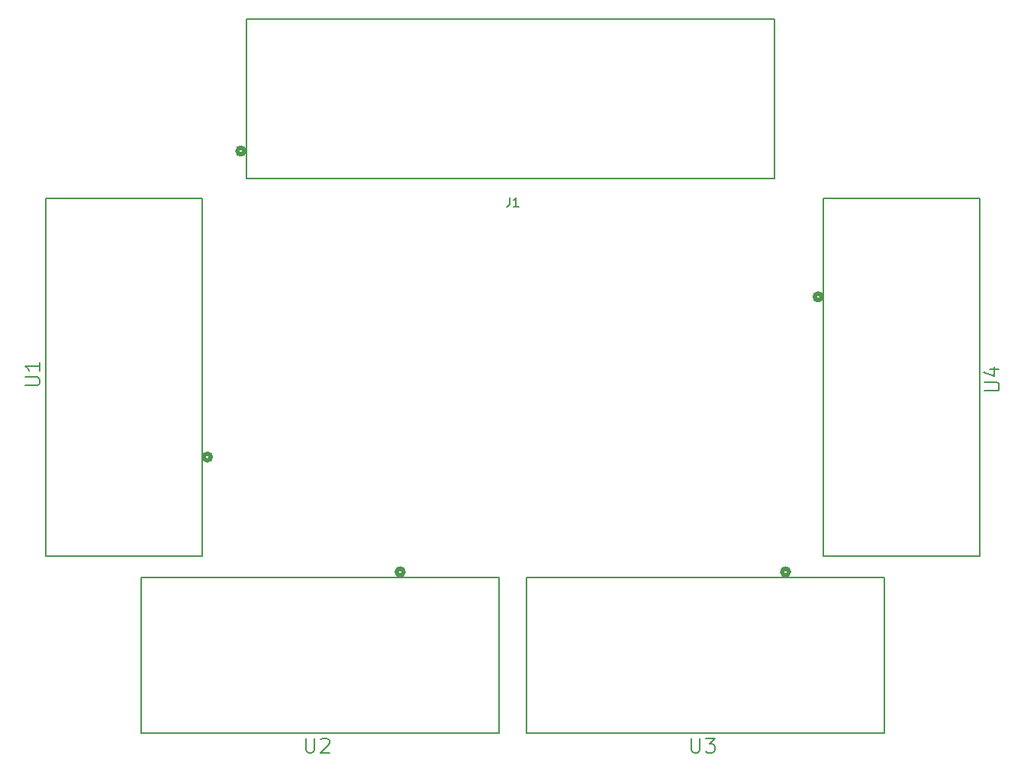
<source format=gbr>
%TF.GenerationSoftware,KiCad,Pcbnew,7.0.5-0*%
%TF.CreationDate,2023-07-18T13:45:43-04:00*%
%TF.ProjectId,quad_sipm,71756164-5f73-4697-906d-2e6b69636164,rev?*%
%TF.SameCoordinates,Original*%
%TF.FileFunction,Legend,Top*%
%TF.FilePolarity,Positive*%
%FSLAX46Y46*%
G04 Gerber Fmt 4.6, Leading zero omitted, Abs format (unit mm)*
G04 Created by KiCad (PCBNEW 7.0.5-0) date 2023-07-18 13:45:43*
%MOMM*%
%LPD*%
G01*
G04 APERTURE LIST*
%ADD10C,0.150000*%
%ADD11C,0.152400*%
%ADD12C,0.508000*%
G04 APERTURE END LIST*
D10*
%TO.C,U3*%
X119912977Y-132596594D02*
X119912977Y-133925036D01*
X119912977Y-133925036D02*
X119991120Y-134081323D01*
X119991120Y-134081323D02*
X120069264Y-134159467D01*
X120069264Y-134159467D02*
X120225551Y-134237610D01*
X120225551Y-134237610D02*
X120538126Y-134237610D01*
X120538126Y-134237610D02*
X120694413Y-134159467D01*
X120694413Y-134159467D02*
X120772556Y-134081323D01*
X120772556Y-134081323D02*
X120850700Y-133925036D01*
X120850700Y-133925036D02*
X120850700Y-132596594D01*
X121475849Y-132596594D02*
X122491716Y-132596594D01*
X122491716Y-132596594D02*
X121944711Y-133221743D01*
X121944711Y-133221743D02*
X122179142Y-133221743D01*
X122179142Y-133221743D02*
X122335429Y-133299887D01*
X122335429Y-133299887D02*
X122413573Y-133378030D01*
X122413573Y-133378030D02*
X122491716Y-133534318D01*
X122491716Y-133534318D02*
X122491716Y-133925036D01*
X122491716Y-133925036D02*
X122413573Y-134081323D01*
X122413573Y-134081323D02*
X122335429Y-134159467D01*
X122335429Y-134159467D02*
X122179142Y-134237610D01*
X122179142Y-134237610D02*
X121710280Y-134237610D01*
X121710280Y-134237610D02*
X121553993Y-134159467D01*
X121553993Y-134159467D02*
X121475849Y-134081323D01*
%TO.C,U4*%
X152408594Y-94056622D02*
X153737036Y-94056622D01*
X153737036Y-94056622D02*
X153893323Y-93978479D01*
X153893323Y-93978479D02*
X153971467Y-93900335D01*
X153971467Y-93900335D02*
X154049610Y-93744048D01*
X154049610Y-93744048D02*
X154049610Y-93431473D01*
X154049610Y-93431473D02*
X153971467Y-93275186D01*
X153971467Y-93275186D02*
X153893323Y-93197043D01*
X153893323Y-93197043D02*
X153737036Y-93118899D01*
X153737036Y-93118899D02*
X152408594Y-93118899D01*
X152955599Y-91634170D02*
X154049610Y-91634170D01*
X152330451Y-92024888D02*
X153502605Y-92415606D01*
X153502605Y-92415606D02*
X153502605Y-91399739D01*
%TO.C,U2*%
X77139377Y-132596594D02*
X77139377Y-133925036D01*
X77139377Y-133925036D02*
X77217520Y-134081323D01*
X77217520Y-134081323D02*
X77295664Y-134159467D01*
X77295664Y-134159467D02*
X77451951Y-134237610D01*
X77451951Y-134237610D02*
X77764526Y-134237610D01*
X77764526Y-134237610D02*
X77920813Y-134159467D01*
X77920813Y-134159467D02*
X77998956Y-134081323D01*
X77998956Y-134081323D02*
X78077100Y-133925036D01*
X78077100Y-133925036D02*
X78077100Y-132596594D01*
X78780393Y-132752881D02*
X78858537Y-132674738D01*
X78858537Y-132674738D02*
X79014824Y-132596594D01*
X79014824Y-132596594D02*
X79405542Y-132596594D01*
X79405542Y-132596594D02*
X79561829Y-132674738D01*
X79561829Y-132674738D02*
X79639973Y-132752881D01*
X79639973Y-132752881D02*
X79718116Y-132909169D01*
X79718116Y-132909169D02*
X79718116Y-133065456D01*
X79718116Y-133065456D02*
X79639973Y-133299887D01*
X79639973Y-133299887D02*
X78702249Y-134237610D01*
X78702249Y-134237610D02*
X79718116Y-134237610D01*
%TO.C,U1*%
X45964104Y-93457572D02*
X47292546Y-93457572D01*
X47292546Y-93457572D02*
X47448833Y-93379429D01*
X47448833Y-93379429D02*
X47526977Y-93301285D01*
X47526977Y-93301285D02*
X47605120Y-93144998D01*
X47605120Y-93144998D02*
X47605120Y-92832423D01*
X47605120Y-92832423D02*
X47526977Y-92676136D01*
X47526977Y-92676136D02*
X47448833Y-92597993D01*
X47448833Y-92597993D02*
X47292546Y-92519849D01*
X47292546Y-92519849D02*
X45964104Y-92519849D01*
X47605120Y-90878833D02*
X47605120Y-91816556D01*
X47605120Y-91347694D02*
X45964104Y-91347694D01*
X45964104Y-91347694D02*
X46198535Y-91503982D01*
X46198535Y-91503982D02*
X46354822Y-91660269D01*
X46354822Y-91660269D02*
X46432966Y-91816556D01*
%TO.C,J1*%
X99742666Y-72606819D02*
X99742666Y-73321104D01*
X99742666Y-73321104D02*
X99695047Y-73463961D01*
X99695047Y-73463961D02*
X99599809Y-73559200D01*
X99599809Y-73559200D02*
X99456952Y-73606819D01*
X99456952Y-73606819D02*
X99361714Y-73606819D01*
X100742666Y-73606819D02*
X100171238Y-73606819D01*
X100456952Y-73606819D02*
X100456952Y-72606819D01*
X100456952Y-72606819D02*
X100361714Y-72749676D01*
X100361714Y-72749676D02*
X100266476Y-72844914D01*
X100266476Y-72844914D02*
X100171238Y-72892533D01*
D11*
%TO.C,U3*%
X141325600Y-132054600D02*
X141325600Y-114757200D01*
X141325600Y-114757200D02*
X101600000Y-114757200D01*
X101600000Y-132054600D02*
X141325600Y-132054600D01*
X101600000Y-114757200D02*
X101600000Y-132054600D01*
D12*
X129971800Y-114147600D02*
G75*
G03*
X130733800Y-114147600I381000J0D01*
G01*
X130733800Y-114147600D02*
G75*
G03*
X129971800Y-114147600I-381000J0D01*
G01*
D11*
%TO.C,U4*%
X151866600Y-72644000D02*
X134569200Y-72644000D01*
X134569200Y-72644000D02*
X134569200Y-112369600D01*
X151866600Y-112369600D02*
X151866600Y-72644000D01*
X134569200Y-112369600D02*
X151866600Y-112369600D01*
D12*
X133959600Y-83997800D02*
G75*
G03*
X133959600Y-83235800I0J381000D01*
G01*
X133959600Y-83235800D02*
G75*
G03*
X133959600Y-83997800I0J-381000D01*
G01*
%TO.C,U2*%
X87960200Y-114147600D02*
G75*
G03*
X87198200Y-114147600I-381000J0D01*
G01*
X87198200Y-114147600D02*
G75*
G03*
X87960200Y-114147600I381000J0D01*
G01*
D11*
X58826400Y-114757200D02*
X58826400Y-132054600D01*
X58826400Y-132054600D02*
X98552000Y-132054600D01*
X98552000Y-114757200D02*
X58826400Y-114757200D01*
X98552000Y-132054600D02*
X98552000Y-114757200D01*
%TO.C,U1*%
X48285400Y-112369600D02*
X65582800Y-112369600D01*
X65582800Y-112369600D02*
X65582800Y-72644000D01*
X48285400Y-72644000D02*
X48285400Y-112369600D01*
X65582800Y-72644000D02*
X48285400Y-72644000D01*
D12*
X66192400Y-101015800D02*
G75*
G03*
X66192400Y-101777800I0J-381000D01*
G01*
X66192400Y-101777800D02*
G75*
G03*
X66192400Y-101015800I0J381000D01*
G01*
D11*
%TO.C,J1*%
X70540017Y-52805000D02*
X70540017Y-70458000D01*
X70540017Y-70458000D02*
X129103983Y-70458000D01*
X129103983Y-52805000D02*
X70540017Y-52805000D01*
X129103983Y-70458000D02*
X129103983Y-52805000D01*
D12*
X70286004Y-67437000D02*
G75*
G03*
X70286004Y-67437000I-381000J0D01*
G01*
%TD*%
M02*

</source>
